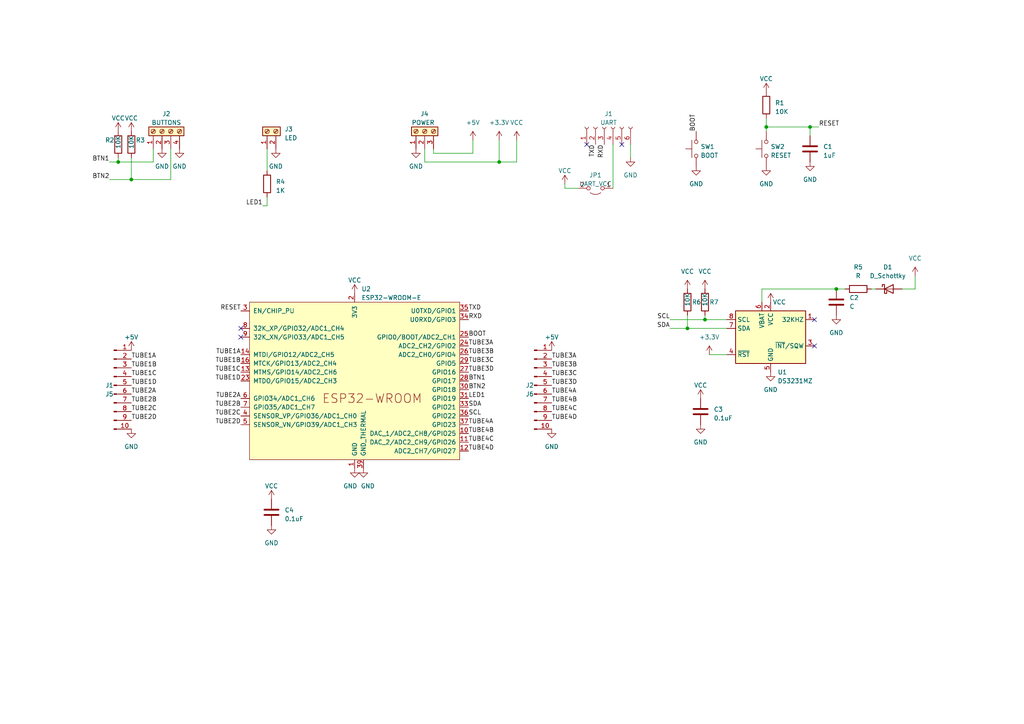
<source format=kicad_sch>
(kicad_sch (version 20230121) (generator eeschema)
  (paper "A4")
  (lib_symbols
    (symbol "Connector:Conn_01x06_Socket" (pin_names (offset 1.016) hide)
      (property "Reference" "J" (at 0 7.62 0))
      (property "Value" "Conn_01x06_Socket" (at 0 -10.16 0))
      (symbol "Conn_01x06_Socket_1_1"
        (arc (start 0 -7.112) (mid -0.5058 -7.62) (end 0 -8.128) (stroke (width 0.1524)))
        (arc (start 0 -4.572) (mid -0.5058 -5.08) (end 0 -5.588) (stroke (width 0.1524)))
        (arc (start 0 -2.032) (mid -0.5058 -2.54) (end 0 -3.048) (stroke (width 0.1524)))
        (polyline (pts (xy -1.27 -7.62) (xy -0.508 -7.62)) (stroke (width 0.1524)))
        (polyline (pts (xy -1.27 -5.08) (xy -0.508 -5.08)) (stroke (width 0.1524)))
        (polyline (pts (xy -1.27 -2.54) (xy -0.508 -2.54)) (stroke (width 0.1524)))
        (polyline (pts (xy -1.27 0) (xy -0.508 0)) (stroke (width 0.1524)))
        (polyline (pts (xy -1.27 2.54) (xy -0.508 2.54)) (stroke (width 0.1524)))
        (polyline (pts (xy -1.27 5.08) (xy -0.508 5.08)) (stroke (width 0.1524)))
        (arc (start 0 0.508) (mid -0.5058 0) (end 0 -0.508) (stroke (width 0.1524)))
        (arc (start 0 3.048) (mid -0.5058 2.54) (end 0 2.032) (stroke (width 0.1524)))
        (arc (start 0 5.588) (mid -0.5058 5.08) (end 0 4.572) (stroke (width 0.1524)))
        (pin passive line (at -5.08 5.08 0) (length 3.81) (name "Pin_1") (number "1"))
        (pin passive line (at -5.08 2.54 0) (length 3.81) (name "Pin_2") (number "2"))
        (pin passive line (at -5.08 0 0) (length 3.81) (name "Pin_3") (number "3"))
        (pin passive line (at -5.08 -2.54 0) (length 3.81) (name "Pin_4") (number "4"))
        (pin passive line (at -5.08 -5.08 0) (length 3.81) (name "Pin_5") (number "5"))
        (pin passive line (at -5.08 -7.62 0) (length 3.81) (name "Pin_6") (number "6"))
      )
    )
    (symbol "Connector:Conn_01x10_Pin" (pin_names (offset 1.016) hide)
      (property "Reference" "J" (at 0 12.7 0))
      (property "Value" "Conn_01x10_Pin" (at 0 -15.24 0))
      (symbol "Conn_01x10_Pin_1_1"
        (polyline (pts (xy 1.27 -12.7) (xy 0.8636 -12.7)) (stroke (width 0.1524)))
        (polyline (pts (xy 1.27 -10.16) (xy 0.8636 -10.16)) (stroke (width 0.1524)))
        (polyline (pts (xy 1.27 -7.62) (xy 0.8636 -7.62)) (stroke (width 0.1524)))
        (polyline (pts (xy 1.27 -5.08) (xy 0.8636 -5.08)) (stroke (width 0.1524)))
        (polyline (pts (xy 1.27 -2.54) (xy 0.8636 -2.54)) (stroke (width 0.1524)))
        (polyline (pts (xy 1.27 0) (xy 0.8636 0)) (stroke (width 0.1524)))
        (polyline (pts (xy 1.27 2.54) (xy 0.8636 2.54)) (stroke (width 0.1524)))
        (polyline (pts (xy 1.27 5.08) (xy 0.8636 5.08)) (stroke (width 0.1524)))
        (polyline (pts (xy 1.27 7.62) (xy 0.8636 7.62)) (stroke (width 0.1524)))
        (polyline (pts (xy 1.27 10.16) (xy 0.8636 10.16)) (stroke (width 0.1524)))
        (rectangle (start 0.8636 -12.573) (end 0 -12.827) (stroke (width 0.1524)) (fill (type outline)))
        (rectangle (start 0.8636 -10.033) (end 0 -10.287) (stroke (width 0.1524)) (fill (type outline)))
        (rectangle (start 0.8636 -7.493) (end 0 -7.747) (stroke (width 0.1524)) (fill (type outline)))
        (rectangle (start 0.8636 -4.953) (end 0 -5.207) (stroke (width 0.1524)) (fill (type outline)))
        (rectangle (start 0.8636 -2.413) (end 0 -2.667) (stroke (width 0.1524)) (fill (type outline)))
        (rectangle (start 0.8636 0.127) (end 0 -0.127) (stroke (width 0.1524)) (fill (type outline)))
        (rectangle (start 0.8636 2.667) (end 0 2.413) (stroke (width 0.1524)) (fill (type outline)))
        (rectangle (start 0.8636 5.207) (end 0 4.953) (stroke (width 0.1524)) (fill (type outline)))
        (rectangle (start 0.8636 7.747) (end 0 7.493) (stroke (width 0.1524)) (fill (type outline)))
        (rectangle (start 0.8636 10.287) (end 0 10.033) (stroke (width 0.1524)) (fill (type outline)))
        (pin passive line (at 5.08 10.16 180) (length 3.81) (name "Pin_1") (number "1"))
        (pin passive line (at 5.08 -12.7 180) (length 3.81) (name "Pin_10") (number "10"))
        (pin passive line (at 5.08 7.62 180) (length 3.81) (name "Pin_2") (number "2"))
        (pin passive line (at 5.08 5.08 180) (length 3.81) (name "Pin_3") (number "3"))
        (pin passive line (at 5.08 2.54 180) (length 3.81) (name "Pin_4") (number "4"))
        (pin passive line (at 5.08 0 180) (length 3.81) (name "Pin_5") (number "5"))
        (pin passive line (at 5.08 -2.54 180) (length 3.81) (name "Pin_6") (number "6"))
        (pin passive line (at 5.08 -5.08 180) (length 3.81) (name "Pin_7") (number "7"))
        (pin passive line (at 5.08 -7.62 180) (length 3.81) (name "Pin_8") (number "8"))
        (pin passive line (at 5.08 -10.16 180) (length 3.81) (name "Pin_9") (number "9"))
      )
    )
    (symbol "Connector:Screw_Terminal_01x02" (pin_names (offset 1.016) hide)
      (property "Reference" "J" (at 0 2.54 0))
      (property "Value" "Screw_Terminal_01x02" (at 0 -5.08 0))
      (symbol "Screw_Terminal_01x02_1_1"
        (rectangle (start -1.27 1.27) (end 1.27 -3.81) (stroke (width 0.254)) (fill (type background)))
        (circle (center 0 -2.54) (radius 0.635) (stroke (width 0.1524)))
        (polyline (pts (xy -0.5334 -2.2098) (xy 0.3302 -3.048)) (stroke (width 0.1524)))
        (polyline (pts (xy -0.5334 0.3302) (xy 0.3302 -0.508)) (stroke (width 0.1524)))
        (polyline (pts (xy -0.3556 -2.032) (xy 0.508 -2.8702)) (stroke (width 0.1524)))
        (polyline (pts (xy -0.3556 0.508) (xy 0.508 -0.3302)) (stroke (width 0.1524)))
        (circle (center 0 0) (radius 0.635) (stroke (width 0.1524)))
        (pin passive line (at -5.08 0 0) (length 3.81) (name "Pin_1") (number "1"))
        (pin passive line (at -5.08 -2.54 0) (length 3.81) (name "Pin_2") (number "2"))
      )
    )
    (symbol "Connector:Screw_Terminal_01x03" (pin_names (offset 1.016) hide)
      (property "Reference" "J" (at 0 5.08 0))
      (property "Value" "Screw_Terminal_01x03" (at 0 -5.08 0))
      (symbol "Screw_Terminal_01x03_1_1"
        (rectangle (start -1.27 3.81) (end 1.27 -3.81) (stroke (width 0.254)) (fill (type background)))
        (circle (center 0 -2.54) (radius 0.635) (stroke (width 0.1524)))
        (polyline (pts (xy -0.5334 -2.2098) (xy 0.3302 -3.048)) (stroke (width 0.1524)))
        (polyline (pts (xy -0.5334 0.3302) (xy 0.3302 -0.508)) (stroke (width 0.1524)))
        (polyline (pts (xy -0.5334 2.8702) (xy 0.3302 2.032)) (stroke (width 0.1524)))
        (polyline (pts (xy -0.3556 -2.032) (xy 0.508 -2.8702)) (stroke (width 0.1524)))
        (polyline (pts (xy -0.3556 0.508) (xy 0.508 -0.3302)) (stroke (width 0.1524)))
        (polyline (pts (xy -0.3556 3.048) (xy 0.508 2.2098)) (stroke (width 0.1524)))
        (circle (center 0 0) (radius 0.635) (stroke (width 0.1524)))
        (circle (center 0 2.54) (radius 0.635) (stroke (width 0.1524)))
        (pin passive line (at -5.08 2.54 0) (length 3.81) (name "Pin_1") (number "1"))
        (pin passive line (at -5.08 0 0) (length 3.81) (name "Pin_2") (number "2"))
        (pin passive line (at -5.08 -2.54 0) (length 3.81) (name "Pin_3") (number "3"))
      )
    )
    (symbol "Connector:Screw_Terminal_01x04" (pin_names (offset 1.016) hide)
      (property "Reference" "J" (at 0 5.08 0))
      (property "Value" "Screw_Terminal_01x04" (at 0 -7.62 0))
      (symbol "Screw_Terminal_01x04_1_1"
        (rectangle (start -1.27 3.81) (end 1.27 -6.35) (stroke (width 0.254)) (fill (type background)))
        (circle (center 0 -5.08) (radius 0.635) (stroke (width 0.1524)))
        (circle (center 0 -2.54) (radius 0.635) (stroke (width 0.1524)))
        (polyline (pts (xy -0.5334 -4.7498) (xy 0.3302 -5.588)) (stroke (width 0.1524)))
        (polyline (pts (xy -0.5334 -2.2098) (xy 0.3302 -3.048)) (stroke (width 0.1524)))
        (polyline (pts (xy -0.5334 0.3302) (xy 0.3302 -0.508)) (stroke (width 0.1524)))
        (polyline (pts (xy -0.5334 2.8702) (xy 0.3302 2.032)) (stroke (width 0.1524)))
        (polyline (pts (xy -0.3556 -4.572) (xy 0.508 -5.4102)) (stroke (width 0.1524)))
        (polyline (pts (xy -0.3556 -2.032) (xy 0.508 -2.8702)) (stroke (width 0.1524)))
        (polyline (pts (xy -0.3556 0.508) (xy 0.508 -0.3302)) (stroke (width 0.1524)))
        (polyline (pts (xy -0.3556 3.048) (xy 0.508 2.2098)) (stroke (width 0.1524)))
        (circle (center 0 0) (radius 0.635) (stroke (width 0.1524)))
        (circle (center 0 2.54) (radius 0.635) (stroke (width 0.1524)))
        (pin passive line (at -5.08 2.54 0) (length 3.81) (name "Pin_1") (number "1"))
        (pin passive line (at -5.08 0 0) (length 3.81) (name "Pin_2") (number "2"))
        (pin passive line (at -5.08 -2.54 0) (length 3.81) (name "Pin_3") (number "3"))
        (pin passive line (at -5.08 -5.08 0) (length 3.81) (name "Pin_4") (number "4"))
      )
    )
    (symbol "Device:C" (pin_numbers hide) (pin_names (offset 0.254))
      (property "Reference" "C" (at 0.635 2.54 0))
      (property "Value" "C" (at 0.635 -2.54 0))
      (symbol "C_0_1"
        (polyline (pts (xy -2.032 -0.762) (xy 2.032 -0.762)) (stroke (width 0.508)))
        (polyline (pts (xy -2.032 0.762) (xy 2.032 0.762)) (stroke (width 0.508)))
      )
      (symbol "C_1_1"
        (pin passive line (at 0 3.81 270) (length 2.794) (name "~") (number "1"))
        (pin passive line (at 0 -3.81 90) (length 2.794) (name "~") (number "2"))
      )
    )
    (symbol "Device:D_Schottky" (pin_numbers hide) (pin_names (offset 1.016) hide)
      (property "Reference" "D" (at 0 2.54 0))
      (property "Value" "D_Schottky" (at 0 -2.54 0))
      (symbol "D_Schottky_0_1"
        (polyline (pts (xy 1.27 0) (xy -1.27 0)))
        (polyline (pts (xy 1.27 1.27) (xy 1.27 -1.27) (xy -1.27 0) (xy 1.27 1.27)) (stroke (width 0.254)))
        (polyline (pts (xy -1.905 0.635) (xy -1.905 1.27) (xy -1.27 1.27) (xy -1.27 -1.27) (xy -0.635 -1.27) (xy -0.635 -0.635)) (stroke (width 0.254)))
      )
      (symbol "D_Schottky_1_1"
        (pin passive line (at -3.81 0 0) (length 2.54) (name "K") (number "1"))
        (pin passive line (at 3.81 0 180) (length 2.54) (name "A") (number "2"))
      )
    )
    (symbol "Device:R" (pin_numbers hide) (pin_names (offset 0))
      (property "Reference" "R" (at 2.032 0 90))
      (property "Value" "R" (at 0 0 90))
      (symbol "R_0_1"
        (rectangle (start -1.016 -2.54) (end 1.016 2.54) (stroke (width 0.254)))
      )
      (symbol "R_1_1"
        (pin passive line (at 0 3.81 270) (length 1.27) (name "~") (number "1"))
        (pin passive line (at 0 -3.81 90) (length 1.27) (name "~") (number "2"))
      )
    )
    (symbol "Espressif:ESP32-WROOM-E" (pin_names (offset 1.016))
      (property "Reference" "U" (at -30.48 27.94 0))
      (property "Value" "ESP32-WROOM-E" (at -30.48 25.4 0))
      (symbol "ESP32-WROOM-E_0_1"
        (rectangle (start -30.48 22.86) (end 30.48 -22.86) (fill (type background)))
      )
      (symbol "ESP32-WROOM-E_1_1"
        (text "ESP32-­WROOM­" (at 5.08 -5.08 0) (effects (font (size 2.54 2.54))))
        (pin power_in line (at 0 -25.4 90) (length 2.54) (name "GND") (number "1"))
        (pin bidirectional line (at 33.02 -15.24 180) (length 2.54) (name "DAC_1/ADC2_CH8/GPIO25") (number "10"))
        (pin bidirectional line (at 33.02 -17.78 180) (length 2.54) (name "DAC_2/ADC2_CH9/GPIO26") (number "11"))
        (pin bidirectional line (at 33.02 -20.32 180) (length 2.54) (name "ADC2_CH7/GPIO27") (number "12"))
        (pin bidirectional line (at -33.02 2.54 0) (length 2.54) (name "MTMS/GPIO14/ADC2_CH6") (number "13"))
        (pin bidirectional line (at -33.02 7.62 0) (length 2.54) (name "MTDI/GPIO12/ADC2_CH5") (number "14"))
        (pin passive line (at 0 -25.4 90) (length 2.54) hide (name "GND") (number "15"))
        (pin bidirectional line (at -33.02 5.08 0) (length 2.54) (name "MTCK/GPIO13/ADC2_CH4") (number "16"))
        (pin power_in line (at 0 25.4 270) (length 2.54) (name "3V3") (number "2"))
        (pin bidirectional line (at -33.02 0 0) (length 2.54) (name "MTDO/GPIO15/ADC2_CH3") (number "23"))
        (pin bidirectional line (at 33.02 10.16 180) (length 2.54) (name "ADC2_CH2/GPIO2") (number "24"))
        (pin bidirectional line (at 33.02 12.7 180) (length 2.54) (name "GPIO0/BOOT/ADC2_CH1") (number "25"))
        (pin bidirectional line (at 33.02 7.62 180) (length 2.54) (name "ADC2_CH0/GPIO4") (number "26"))
        (pin bidirectional line (at 33.02 2.54 180) (length 2.54) (name "GPIO16") (number "27"))
        (pin bidirectional line (at 33.02 0 180) (length 2.54) (name "GPIO17") (number "28"))
        (pin bidirectional line (at 33.02 5.08 180) (length 2.54) (name "GPIO5") (number "29"))
        (pin input line (at -33.02 20.32 0) (length 2.54) (name "EN/CHIP_PU") (number "3"))
        (pin bidirectional line (at 33.02 -2.54 180) (length 2.54) (name "GPIO18") (number "30"))
        (pin bidirectional line (at 33.02 -5.08 180) (length 2.54) (name "GPIO19") (number "31"))
        (pin bidirectional line (at 33.02 -7.62 180) (length 2.54) (name "GPIO21") (number "33"))
        (pin bidirectional line (at 33.02 17.78 180) (length 2.54) (name "U0RXD/GPIO3") (number "34"))
        (pin bidirectional line (at 33.02 20.32 180) (length 2.54) (name "U0TXD/GPIO1") (number "35"))
        (pin bidirectional line (at 33.02 -10.16 180) (length 2.54) (name "GPIO22") (number "36"))
        (pin bidirectional line (at 33.02 -12.7 180) (length 2.54) (name "GPIO23") (number "37"))
        (pin passive line (at 0 -25.4 90) (length 2.54) hide (name "GND") (number "38"))
        (pin power_in line (at 2.54 -25.4 90) (length 2.54) (name "GND_THERMAL") (number "39"))
        (pin input line (at -33.02 -10.16 0) (length 2.54) (name "SENSOR_VP/GPIO36/ADC1_CH0") (number "4"))
        (pin input line (at -33.02 -12.7 0) (length 2.54) (name "SENSOR_VN/GPIO39/ADC1_CH3") (number "5"))
        (pin input line (at -33.02 -5.08 0) (length 2.54) (name "GPIO34/ADC1_CH6") (number "6"))
        (pin input line (at -33.02 -7.62 0) (length 2.54) (name "GPIO35/ADC1_CH7") (number "7"))
        (pin bidirectional line (at -33.02 15.24 0) (length 2.54) (name "32K_XP/GPIO32/ADC1_CH4") (number "8"))
        (pin bidirectional line (at -33.02 12.7 0) (length 2.54) (name "32K_XN/GPIO33/ADC1_CH5") (number "9"))
      )
    )
    (symbol "Jumper:Jumper_2_Open" (pin_names (offset 0) hide)
      (property "Reference" "JP" (at 0 2.794 0))
      (property "Value" "Jumper_2_Open" (at 0 -2.286 0))
      (symbol "Jumper_2_Open_0_0"
        (circle (center -2.032 0) (radius 0.508))
        (circle (center 2.032 0) (radius 0.508))
      )
      (symbol "Jumper_2_Open_0_1"
        (arc (start 1.524 1.27) (mid 0 1.778) (end -1.524 1.27))
      )
      (symbol "Jumper_2_Open_1_1"
        (pin passive line (at -5.08 0 0) (length 2.54) (name "A") (number "1"))
        (pin passive line (at 5.08 0 180) (length 2.54) (name "B") (number "2"))
      )
    )
    (symbol "Switch:SW_Push" (pin_numbers hide) (pin_names (offset 1.016) hide)
      (property "Reference" "SW" (at 1.27 2.54 0))
      (property "Value" "SW_Push" (at 0 -1.524 0))
      (symbol "SW_Push_0_1"
        (circle (center -2.032 0) (radius 0.508))
        (polyline (pts (xy 0 1.27) (xy 0 3.048)))
        (polyline (pts (xy 2.54 1.27) (xy -2.54 1.27)))
        (circle (center 2.032 0) (radius 0.508))
        (pin passive line (at -5.08 0 0) (length 2.54) (name "1") (number "1"))
        (pin passive line (at 5.08 0 180) (length 2.54) (name "2") (number "2"))
      )
    )
    (symbol "Timer_RTC:DS3231MZ"
      (property "Reference" "U" (at -7.62 8.89 0))
      (property "Value" "DS3231MZ" (at 11.43 8.89 0))
      (symbol "DS3231MZ_0_1"
        (rectangle (start -10.16 7.62) (end 10.16 -7.62) (stroke (width 0.254)) (fill (type background)))
      )
      (symbol "DS3231MZ_1_1"
        (pin open_collector line (at 12.7 5.08 180) (length 2.54) (name "32KHZ") (number "1"))
        (pin power_in line (at 0 10.16 270) (length 2.54) (name "VCC") (number "2"))
        (pin open_collector line (at 12.7 -2.54 180) (length 2.54) (name "~{INT}/SQW") (number "3"))
        (pin bidirectional line (at -12.7 -5.08 0) (length 2.54) (name "~{RST}") (number "4"))
        (pin power_in line (at 0 -10.16 90) (length 2.54) (name "GND") (number "5"))
        (pin power_in line (at -2.54 10.16 270) (length 2.54) (name "VBAT") (number "6"))
        (pin bidirectional line (at -12.7 2.54 0) (length 2.54) (name "SDA") (number "7"))
        (pin input line (at -12.7 5.08 0) (length 2.54) (name "SCL") (number "8"))
      )
    )
    (symbol "power:+3.3V" (power) (pin_names (offset 0))
      (property "Value" "+3.3V" (at 0 3.556 0))
      (symbol "+3.3V_0_1"
        (polyline (pts (xy -0.762 1.27) (xy 0 2.54)))
        (polyline (pts (xy 0 0) (xy 0 2.54)))
        (polyline (pts (xy 0 2.54) (xy 0.762 1.27)))
      )
      (symbol "+3.3V_1_1"
        (pin power_in line (at 0 0 90) (length 0) hide (name "+3.3V") (number "1"))
      )
    )
    (symbol "power:+5V" (power) (pin_names (offset 0))
      (property "Value" "+5V" (at 0 3.556 0))
      (symbol "+5V_0_1"
        (polyline (pts (xy -0.762 1.27) (xy 0 2.54)))
        (polyline (pts (xy 0 0) (xy 0 2.54)))
        (polyline (pts (xy 0 2.54) (xy 0.762 1.27)))
      )
      (symbol "+5V_1_1"
        (pin power_in line (at 0 0 90) (length 0) hide (name "+5V") (number "1"))
      )
    )
    (symbol "power:GND" (power) (pin_names (offset 0))
      (property "Value" "GND" (at 0 -3.81 0))
      (symbol "GND_0_1"
        (polyline (pts (xy 0 0) (xy 0 -1.27) (xy 1.27 -1.27) (xy 0 -2.54) (xy -1.27 -1.27) (xy 0 -1.27)))
      )
      (symbol "GND_1_1"
        (pin power_in line (at 0 0 270) (length 0) hide (name "GND") (number "1"))
      )
    )
    (symbol "power:VCC" (power) (pin_names (offset 0))
      (property "Value" "VCC" (at 0 3.81 0))
      (symbol "VCC_0_1"
        (polyline (pts (xy -0.762 1.27) (xy 0 2.54)))
        (polyline (pts (xy 0 0) (xy 0 2.54)))
        (polyline (pts (xy 0 2.54) (xy 0.762 1.27)))
      )
      (symbol "VCC_1_1"
        (pin power_in line (at 0 0 90) (length 0) hide (name "VCC") (number "1"))
      )
    )
  )
  (junction (at 38.1 52.07))
  (junction (at 222.25 36.83))
  (junction (at 204.47 92.71))
  (junction (at 242.57 83.82))
  (junction (at 34.29 46.99))
  (junction (at 234.95 36.83))
  (junction (at 199.39 95.25))
  (junction (at 144.78 46.99))
  (no_connect (at 236.22 92.71))
  (no_connect (at 236.22 100.33))
  (no_connect (at 69.85 97.79))
  (no_connect (at 180.34 41.91))
  (no_connect (at 170.18 41.91))
  (no_connect (at 69.85 95.25))
  (wire (pts (xy 44.45 46.99) (xy 44.45 43.18)))
  (wire (pts (xy 199.39 95.25) (xy 210.82 95.25)))
  (wire (pts (xy 194.31 92.71) (xy 204.47 92.71)))
  (wire (pts (xy 254 83.82) (xy 252.73 83.82)))
  (wire (pts (xy 222.25 34.29) (xy 222.25 36.83)))
  (wire (pts (xy 137.16 40.64) (xy 137.16 44.45)))
  (wire (pts (xy 204.47 91.44) (xy 204.47 92.71)))
  (wire (pts (xy 123.19 43.18) (xy 123.19 46.99)))
  (wire (pts (xy 144.78 46.99) (xy 144.78 40.64)))
  (wire (pts (xy 245.11 83.82) (xy 242.57 83.82)))
  (wire (pts (xy 237.49 36.83) (xy 234.95 36.83)))
  (wire (pts (xy 38.1 45.72) (xy 38.1 52.07)))
  (wire (pts (xy 77.47 43.18) (xy 77.47 49.53)))
  (wire (pts (xy 234.95 36.83) (xy 222.25 36.83)))
  (wire (pts (xy 123.19 46.99) (xy 144.78 46.99)))
  (wire (pts (xy 125.73 43.18) (xy 125.73 44.45)))
  (wire (pts (xy 34.29 45.72) (xy 34.29 46.99)))
  (wire (pts (xy 194.31 95.25) (xy 199.39 95.25)))
  (wire (pts (xy 149.86 46.99) (xy 149.86 40.64)))
  (wire (pts (xy 199.39 91.44) (xy 199.39 95.25)))
  (wire (pts (xy 220.98 83.82) (xy 242.57 83.82)))
  (wire (pts (xy 261.62 83.82) (xy 265.43 83.82)))
  (wire (pts (xy 234.95 36.83) (xy 234.95 39.37)))
  (wire (pts (xy 76.2 59.69) (xy 77.47 59.69)))
  (wire (pts (xy 77.47 59.69) (xy 77.47 57.15)))
  (wire (pts (xy 31.75 46.99) (xy 34.29 46.99)))
  (wire (pts (xy 31.75 52.07) (xy 38.1 52.07)))
  (wire (pts (xy 222.25 36.83) (xy 222.25 38.1)))
  (wire (pts (xy 205.74 102.87) (xy 210.82 102.87)))
  (wire (pts (xy 265.43 80.01) (xy 265.43 83.82)))
  (wire (pts (xy 34.29 46.99) (xy 44.45 46.99)))
  (wire (pts (xy 125.73 44.45) (xy 137.16 44.45)))
  (wire (pts (xy 163.83 53.34) (xy 163.83 54.61)))
  (wire (pts (xy 204.47 92.71) (xy 210.82 92.71)))
  (wire (pts (xy 49.53 52.07) (xy 49.53 43.18)))
  (wire (pts (xy 38.1 52.07) (xy 49.53 52.07)))
  (wire (pts (xy 163.83 54.61) (xy 167.64 54.61)))
  (wire (pts (xy 220.98 83.82) (xy 220.98 87.63)))
  (wire (pts (xy 182.88 41.91) (xy 182.88 45.72)))
  (wire (pts (xy 177.8 41.91) (xy 177.8 54.61)))
  (wire (pts (xy 144.78 46.99) (xy 149.86 46.99)))
  (label "TUBE3B" (at 160.02 106.68 0))
  (label "TUBE1A" (at 38.1 104.14 0))
  (label "TUBE1D" (at 38.1 111.76 0))
  (label "BOOT" (at 201.93 38.1 90))
  (label "BTN2" (at 135.89 113.03 0))
  (label "LED1" (at 135.89 115.57 0))
  (label "RXD" (at 175.26 41.91 270))
  (label "SCL" (at 135.89 120.65 0))
  (label "SDA" (at 194.31 95.25 180))
  (label "TUBE2C" (at 38.1 119.38 0))
  (label "TUBE4C" (at 160.02 119.38 0))
  (label "TUBE2A" (at 38.1 114.3 0))
  (label "BTN2" (at 31.75 52.07 180))
  (label "TUBE3C" (at 135.89 105.41 0))
  (label "TUBE3A" (at 135.89 100.33 0))
  (label "TUBE3D" (at 160.02 111.76 0))
  (label "TXD" (at 172.72 41.91 270))
  (label "TUBE2D" (at 69.85 123.19 180))
  (label "TXD" (at 135.89 90.17 0))
  (label "SDA" (at 135.89 118.11 0))
  (label "TUBE3B" (at 135.89 102.87 0))
  (label "TUBE1A" (at 69.85 102.87 180))
  (label "BTN1" (at 31.75 46.99 180))
  (label "TUBE4B" (at 160.02 116.84 0))
  (label "TUBE2D" (at 38.1 121.92 0))
  (label "BOOT" (at 135.89 97.79 0))
  (label "RESET" (at 69.85 90.17 180))
  (label "TUBE3D" (at 135.89 107.95 0))
  (label "TUBE4B" (at 135.89 125.73 0))
  (label "TUBE2A" (at 69.85 115.57 180))
  (label "TUBE2C" (at 69.85 120.65 180))
  (label "TUBE3C" (at 160.02 109.22 0))
  (label "TUBE4A" (at 135.89 123.19 0))
  (label "TUBE1C" (at 38.1 109.22 0))
  (label "TUBE4D" (at 160.02 121.92 0))
  (label "SCL" (at 194.31 92.71 180))
  (label "TUBE1B" (at 38.1 106.68 0))
  (label "TUBE1C" (at 69.85 107.95 180))
  (label "TUBE4C" (at 135.89 128.27 0))
  (label "TUBE1D" (at 69.85 110.49 180))
  (label "TUBE4A" (at 160.02 114.3 0))
  (label "TUBE3A" (at 160.02 104.14 0))
  (label "RXD" (at 135.89 92.71 0))
  (label "TUBE2B" (at 38.1 116.84 0))
  (label "TUBE1B" (at 69.85 105.41 180))
  (label "TUBE4D" (at 135.89 130.81 0))
  (label "BTN1" (at 135.89 110.49 0))
  (label "RESET" (at 237.49 36.83 0))
  (label "LED1" (at 76.2 59.69 180))
  (label "TUBE2B" (at 69.85 118.11 180))
  (symbol (lib_id "power:VCC") (at 102.87 85.09 0) (unit 1)
    (property "Reference" "#PWR019" (effects hide))
    (property "Value" "VCC" (at 102.87 81.28 0))
  )
  (symbol (lib_id "power:GND") (at 52.07 43.18 0) (unit 1)
    (property "Reference" "#PWR08" (effects hide))
    (property "Value" "GND" (at 52.07 48.26 0))
  )
  (symbol (lib_id "power:GND") (at 223.52 107.95 0) (unit 1)
    (property "Reference" "#PWR025" (effects hide))
    (property "Value" "GND" (at 223.52 113.03 0))
  )
  (symbol (lib_id "power:VCC") (at 78.74 144.78 0) (unit 1)
    (property "Reference" "#PWR032" (effects hide))
    (property "Value" "VCC" (at 78.74 140.97 0))
  )
  (symbol (lib_id "power:GND") (at 105.41 135.89 0) (unit 1)
    (property "Reference" "#PWR031" (effects hide))
    (property "Value" "GND" (at 106.68 140.97 0))
  )
  (symbol (lib_id "Device:R") (at 34.29 41.91 0) (unit 1)
    (property "Reference" "R2" (at 30.48 40.64 0) (effects (justify left)))
    (property "Value" "10K" (at 34.29 43.18 90) (effects (justify left)))
  )
  (symbol (lib_id "power:VCC") (at 199.39 83.82 0) (unit 1)
    (property "Reference" "#PWR017" (effects hide))
    (property "Value" "VCC" (at 199.39 78.74 0))
  )
  (symbol (lib_id "power:+5V") (at 137.16 40.64 0) (unit 1)
    (property "Reference" "#PWR04" (effects hide))
    (property "Value" "+5V" (at 137.16 35.56 0))
  )
  (symbol (lib_id "Switch:SW_Push") (at 201.93 43.18 90) (unit 1)
    (property "Reference" "SW1" (at 203.2 42.545 90) (effects (justify right)))
    (property "Value" "BOOT" (at 203.2 45.085 90) (effects (justify right)))
  )
  (symbol (lib_id "power:+5V") (at 38.1 101.6 0) (unit 1)
    (property "Reference" "#PWR022" (effects hide))
    (property "Value" "+5V" (at 38.1 97.79 0))
  )
  (symbol (lib_id "power:VCC") (at 203.2 115.57 0) (unit 1)
    (property "Reference" "#PWR026" (effects hide))
    (property "Value" "VCC" (at 203.2 111.76 0))
  )
  (symbol (lib_id "power:GND") (at 160.02 124.46 0) (unit 1)
    (property "Reference" "#PWR029" (effects hide))
    (property "Value" "GND" (at 160.02 129.54 0))
  )
  (symbol (lib_id "Connector:Screw_Terminal_01x02") (at 77.47 38.1 90) (unit 1)
    (property "Reference" "J3" (at 82.55 37.465 90) (effects (justify right)))
    (property "Value" "LED" (at 82.55 40.005 90) (effects (justify right)))
  )
  (symbol (lib_id "Switch:SW_Push") (at 222.25 43.18 90) (unit 1)
    (property "Reference" "SW2" (at 223.52 42.545 90) (effects (justify right)))
    (property "Value" "RESET" (at 223.52 45.085 90) (effects (justify right)))
  )
  (symbol (lib_id "power:GND") (at 120.65 43.18 0) (unit 1)
    (property "Reference" "#PWR010" (effects hide))
    (property "Value" "GND" (at 120.65 48.26 0))
  )
  (symbol (lib_id "power:VCC") (at 265.43 80.01 0) (unit 1)
    (property "Reference" "#PWR016" (effects hide))
    (property "Value" "VCC" (at 265.43 74.93 0))
  )
  (symbol (lib_id "power:GND") (at 38.1 124.46 0) (unit 1)
    (property "Reference" "#PWR028" (effects hide))
    (property "Value" "GND" (at 38.1 129.54 0))
  )
  (symbol (lib_id "Device:R") (at 77.47 53.34 0) (unit 1)
    (property "Reference" "R4" (at 80.01 52.705 0) (effects (justify left)))
    (property "Value" "1K" (at 80.01 55.245 0) (effects (justify left)))
  )
  (symbol (lib_id "Device:D_Schottky") (at 257.81 83.82 0) (unit 1)
    (property "Reference" "D1" (at 257.4925 77.47 0))
    (property "Value" "D_Schottky" (at 257.4925 80.01 0))
  )
  (symbol (lib_id "Jumper:Jumper_2_Open") (at 172.72 54.61 180) (unit 1)
    (property "Reference" "JP1" (at 172.72 50.8 0))
    (property "Value" "UART_VCC" (at 172.72 53.34 0))
  )
  (symbol (lib_id "Timer_RTC:DS3231MZ") (at 223.52 97.79 0) (unit 1)
    (property "Reference" "U1" (at 225.5394 107.95 0) (effects (justify left)))
    (property "Value" "DS3231MZ" (at 225.5394 110.49 0) (effects (justify left)))
    (property "Footprint" "Package_SO:SOIC-8_3.9x4.9mm_P1.27mm" (effects hide))
    (property "Datasheet" "http://datasheets.maximintegrated.com/en/ds/DS3231M.pdf" (effects hide))
  )
  (symbol (lib_id "Device:C") (at 203.2 119.38 0) (unit 1)
    (property "Reference" "C3" (at 207.01 118.745 0) (effects (justify left)))
    (property "Value" "0.1uF" (at 207.01 121.285 0) (effects (justify left)))
  )
  (symbol (lib_id "Device:R") (at 38.1 41.91 0) (unit 1)
    (property "Reference" "R3" (at 39.37 40.64 0) (effects (justify left)))
    (property "Value" "10K" (at 38.1 43.18 90) (effects (justify left)))
  )
  (symbol (lib_id "power:GND") (at 182.88 45.72 0) (unit 1)
    (property "Reference" "#PWR011" (effects hide))
    (property "Value" "GND" (at 182.88 50.8 0))
  )
  (symbol (lib_id "power:GND") (at 201.93 48.26 0) (unit 1)
    (property "Reference" "#PWR013" (effects hide))
    (property "Value" "GND" (at 201.93 53.34 0))
  )
  (symbol (lib_id "power:VCC") (at 38.1 38.1 0) (unit 1)
    (property "Reference" "#PWR03" (effects hide))
    (property "Value" "VCC" (at 38.1 34.29 0))
  )
  (symbol (lib_id "Device:R") (at 248.92 83.82 90) (unit 1)
    (property "Reference" "R5" (at 248.92 77.47 90))
    (property "Value" "R" (at 248.92 80.01 90))
  )
  (symbol (lib_id "power:VCC") (at 223.52 87.63 0) (unit 1)
    (property "Reference" "#PWR020" (effects hide))
    (property "Value" "VCC" (at 226.06 87.63 0))
  )
  (symbol (lib_id "power:GND") (at 234.95 46.99 0) (unit 1)
    (property "Reference" "#PWR012" (effects hide))
    (property "Value" "GND" (at 234.95 52.07 0))
  )
  (symbol (lib_id "power:+5V") (at 160.02 101.6 0) (unit 1)
    (property "Reference" "#PWR023" (effects hide))
    (property "Value" "+5V" (at 160.02 97.79 0))
  )
  (symbol (lib_id "power:VCC") (at 204.47 83.82 0) (unit 1)
    (property "Reference" "#PWR018" (effects hide))
    (property "Value" "VCC" (at 204.47 78.74 0))
  )
  (symbol (lib_id "power:GND") (at 46.99 43.18 0) (unit 1)
    (property "Reference" "#PWR07" (effects hide))
    (property "Value" "GND" (at 46.99 48.26 0))
  )
  (symbol (lib_id "power:VCC") (at 222.25 26.67 0) (unit 1)
    (property "Reference" "#PWR01" (effects hide))
    (property "Value" "VCC" (at 222.25 22.86 0))
  )
  (symbol (lib_id "Device:C") (at 234.95 43.18 0) (unit 1)
    (property "Reference" "C1" (at 238.76 42.545 0) (effects (justify left)))
    (property "Value" "1uF" (at 238.76 45.085 0) (effects (justify left)))
  )
  (symbol (lib_id "power:GND") (at 80.01 43.18 0) (unit 1)
    (property "Reference" "#PWR09" (effects hide))
    (property "Value" "GND" (at 80.01 48.26 0))
  )
  (symbol (lib_id "Espressif:ESP32-WROOM-E") (at 102.87 110.49 0) (unit 1)
    (property "Reference" "U2" (at 104.8259 83.82 0) (effects (justify left)))
    (property "Value" "ESP32-WROOM-E" (at 104.8259 86.36 0) (effects (justify left)))
    (property "Footprint" "Espressif:ESP32-WROOM-32E" (effects hide))
    (property "Datasheet" "https://www.espressif.com/sites/default/files/documentation/esp32-wroom-32e_esp32-wroom-32ue_datasheet_en.pdf" (effects hide))
  )
  (symbol (lib_id "Connector:Screw_Terminal_01x03") (at 123.19 38.1 90) (unit 1)
    (property "Reference" "J4" (at 121.92 33.02 90) (effects (justify right)))
    (property "Value" "POWER" (at 119.38 35.56 90) (effects (justify right)))
  )
  (symbol (lib_id "Connector:Conn_01x10_Pin") (at 154.94 111.76 0) (unit 1)
    (property "Reference" "J6" (at 153.67 114.3 0))
    (property "Value" "J2" (at 153.67 111.76 0))
  )
  (symbol (lib_id "Connector:Screw_Terminal_01x04") (at 46.99 38.1 90) (unit 1)
    (property "Reference" "J2" (at 48.26 33.02 90))
    (property "Value" "BUTTONS" (at 48.26 35.56 90))
  )
  (symbol (lib_id "Device:R") (at 199.39 87.63 0) (unit 1)
    (property "Reference" "R6" (at 200.66 87.63 0) (effects (justify left)))
    (property "Value" "10K" (at 199.39 88.9 90) (effects (justify left)))
  )
  (symbol (lib_id "power:GND") (at 242.57 91.44 0) (unit 1)
    (property "Reference" "#PWR021" (effects hide))
    (property "Value" "GND" (at 242.57 96.52 0))
  )
  (symbol (lib_id "power:VCC") (at 149.86 40.64 0) (unit 1)
    (property "Reference" "#PWR06" (effects hide))
    (property "Value" "VCC" (at 149.86 35.56 0))
  )
  (symbol (lib_id "power:GND") (at 222.25 48.26 0) (unit 1)
    (property "Reference" "#PWR014" (effects hide))
    (property "Value" "GND" (at 222.25 53.34 0))
  )
  (symbol (lib_id "Device:R") (at 204.47 87.63 0) (unit 1)
    (property "Reference" "R7" (at 205.74 87.63 0) (effects (justify left)))
    (property "Value" "10K" (at 204.47 88.9 90) (effects (justify left)))
  )
  (symbol (lib_id "Device:C") (at 242.57 87.63 180) (unit 1)
    (property "Reference" "C2" (at 246.38 86.3599 0) (effects (justify right)))
    (property "Value" "C" (at 246.38 88.8999 0) (effects (justify right)))
  )
  (symbol (lib_id "power:GND") (at 203.2 123.19 0) (unit 1)
    (property "Reference" "#PWR027" (effects hide))
    (property "Value" "GND" (at 203.2 128.27 0))
  )
  (symbol (lib_id "power:+3.3V") (at 144.78 40.64 0) (unit 1)
    (property "Reference" "#PWR05" (effects hide))
    (property "Value" "+3.3V" (at 144.78 35.56 0))
  )
  (symbol (lib_id "Device:R") (at 222.25 30.48 0) (unit 1)
    (property "Reference" "R1" (at 224.79 29.845 0) (effects (justify left)))
    (property "Value" "10K" (at 224.79 32.385 0) (effects (justify left)))
  )
  (symbol (lib_id "Connector:Conn_01x06_Socket") (at 175.26 36.83 90) (unit 1)
    (property "Reference" "J1" (at 176.53 33.02 90))
    (property "Value" "UART" (at 176.53 35.56 90))
  )
  (symbol (lib_id "Device:C") (at 78.74 148.59 0) (unit 1)
    (property "Reference" "C4" (at 82.55 147.955 0) (effects (justify left)))
    (property "Value" "0.1uF" (at 82.55 150.495 0) (effects (justify left)))
  )
  (symbol (lib_id "power:VCC") (at 163.83 53.34 0) (unit 1)
    (property "Reference" "#PWR015" (effects hide))
    (property "Value" "VCC" (at 163.83 49.53 0))
  )
  (symbol (lib_id "power:GND") (at 78.74 152.4 0) (unit 1)
    (property "Reference" "#PWR033" (effects hide))
    (property "Value" "GND" (at 78.74 157.48 0))
  )
  (symbol (lib_id "power:VCC") (at 34.29 38.1 0) (unit 1)
    (property "Reference" "#PWR02" (effects hide))
    (property "Value" "VCC" (at 34.29 34.29 0))
  )
  (symbol (lib_id "power:GND") (at 102.87 135.89 0) (unit 1)
    (property "Reference" "#PWR030" (effects hide))
    (property "Value" "GND" (at 101.6 140.97 0))
  )
  (symbol (lib_id "power:+3.3V") (at 205.74 102.87 0) (unit 1)
    (property "Reference" "#PWR024" (effects hide))
    (property "Value" "+3.3V" (at 205.74 97.79 0))
  )
  (symbol (lib_id "Connector:Conn_01x10_Pin") (at 33.02 111.76 0) (unit 1)
    (property "Reference" "J5" (at 31.75 114.3 0))
    (property "Value" "J1" (at 31.75 111.76 0))
  )
)
</source>
